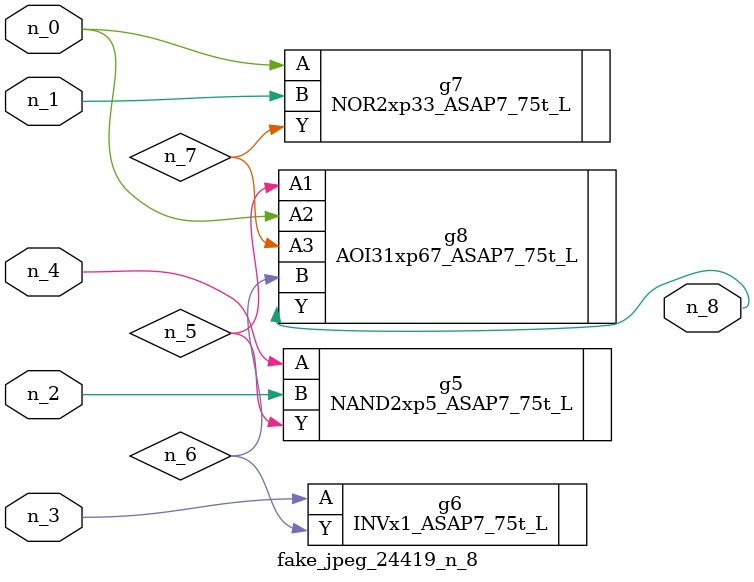
<source format=v>
module fake_jpeg_24419_n_8 (n_3, n_2, n_1, n_0, n_4, n_8);

input n_3;
input n_2;
input n_1;
input n_0;
input n_4;

output n_8;

wire n_6;
wire n_5;
wire n_7;

NAND2xp5_ASAP7_75t_L g5 ( 
.A(n_4),
.B(n_2),
.Y(n_5)
);

INVx1_ASAP7_75t_L g6 ( 
.A(n_3),
.Y(n_6)
);

NOR2xp33_ASAP7_75t_L g7 ( 
.A(n_0),
.B(n_1),
.Y(n_7)
);

AOI31xp67_ASAP7_75t_L g8 ( 
.A1(n_5),
.A2(n_0),
.A3(n_7),
.B(n_6),
.Y(n_8)
);


endmodule
</source>
